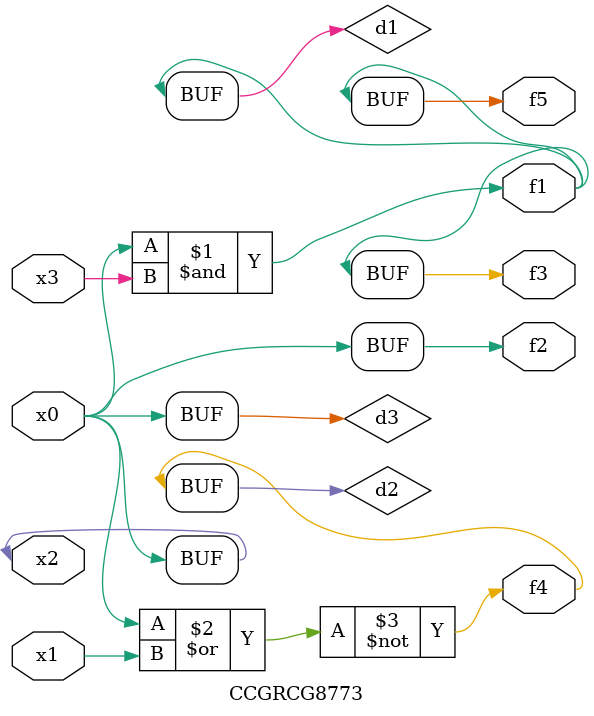
<source format=v>
module CCGRCG8773(
	input x0, x1, x2, x3,
	output f1, f2, f3, f4, f5
);

	wire d1, d2, d3;

	and (d1, x2, x3);
	nor (d2, x0, x1);
	buf (d3, x0, x2);
	assign f1 = d1;
	assign f2 = d3;
	assign f3 = d1;
	assign f4 = d2;
	assign f5 = d1;
endmodule

</source>
